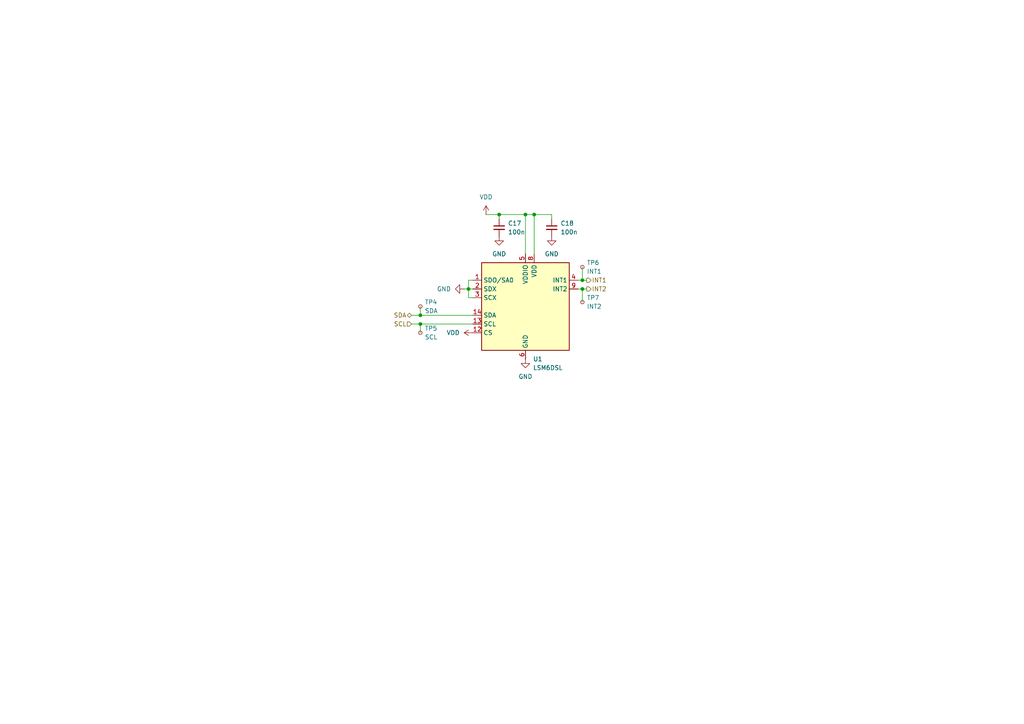
<source format=kicad_sch>
(kicad_sch (version 20231120) (generator "eeschema") (generator_version "8.0")
  (paper "A4")
  (lib_symbols
    (symbol "Connector:TestPoint_Small" (pin_numbers hide) (pin_names (offset 0.762) hide)
      (property "Reference" "TP" (at 0 3.81 0))
      (property "Value" "TestPoint_Small" (at 0 2.032 0))
      (symbol "TestPoint_Small_0_1"
        (circle (center 0 0) (radius 0.508))
      )
      (symbol "TestPoint_Small_1_1"
        (pin passive line (at 0 0 90) (length 0) (name "1") (number "1"))
      )
    )
    (symbol "Device:C_Small" (pin_numbers hide) (pin_names (offset 0.254) hide)
      (property "Reference" "C" (at 0.254 1.778 0))
      (property "Value" "C_Small" (at 0.254 -2.032 0))
      (symbol "C_Small_0_1"
        (polyline (pts (xy -1.524 -0.508) (xy 1.524 -0.508)) (stroke (width 0.3302)))
        (polyline (pts (xy -1.524 0.508) (xy 1.524 0.508)) (stroke (width 0.3048)))
      )
      (symbol "C_Small_1_1"
        (pin passive line (at 0 2.54 270) (length 2.032) (name "~") (number "1"))
        (pin passive line (at 0 -2.54 90) (length 2.032) (name "~") (number "2"))
      )
    )
    (symbol "Sensor_Motion:LSM6DSL"
      (property "Reference" "U" (at -11.43 15.24 0))
      (property "Value" "LSM6DSL" (at -11.43 12.7 0))
      (symbol "LSM6DSL_0_1"
        (rectangle (start -12.7 12.7) (end 12.7 -12.7) (stroke (width 0.254)) (fill (type background)))
      )
      (symbol "LSM6DSL_1_1"
        (pin bidirectional line (at -15.24 7.62 0) (length 2.54) (name "SDO/SA0") (number "1"))
        (pin no_connect line (at 12.7 -5.08 180) (length 3.81) hide (name "NC") (number "10"))
        (pin no_connect line (at 12.7 -2.54 180) (length 3.81) hide (name "NC") (number "11"))
        (pin input line (at -15.24 -7.62 0) (length 2.54) (name "CS") (number "12"))
        (pin input line (at -15.24 -5.08 0) (length 2.54) (name "SCL") (number "13"))
        (pin bidirectional line (at -15.24 -2.54 0) (length 2.54) (name "SDA") (number "14"))
        (pin bidirectional line (at -15.24 5.08 0) (length 2.54) (name "SDX") (number "2"))
        (pin input line (at -15.24 2.54 0) (length 2.54) (name "SCX") (number "3"))
        (pin output line (at 15.24 7.62 180) (length 2.54) (name "INT1") (number "4"))
        (pin power_in line (at 0 15.24 270) (length 2.54) (name "VDDIO") (number "5"))
        (pin power_in line (at 0 -15.24 90) (length 2.54) (name "GND") (number "6"))
        (pin passive line (at 0 -15.24 90) (length 2.54) hide (name "GND") (number "7"))
        (pin power_in line (at 2.54 15.24 270) (length 2.54) (name "VDD") (number "8"))
        (pin output line (at 15.24 5.08 180) (length 2.54) (name "INT2") (number "9"))
      )
    )
    (symbol "power:GND" (power) (pin_numbers hide) (pin_names (offset 0) hide)
      (property "Value" "GND" (at 0 -3.81 0))
      (symbol "GND_0_1"
        (polyline (pts (xy 0 0) (xy 0 -1.27) (xy 1.27 -1.27) (xy 0 -2.54) (xy -1.27 -1.27) (xy 0 -1.27)))
      )
      (symbol "GND_1_1"
        (pin power_in line (at 0 0 270) (length 0) (name "~") (number "1"))
      )
    )
    (symbol "power:VDD" (power) (pin_numbers hide) (pin_names (offset 0) hide)
      (property "Value" "VDD" (at 0 3.556 0))
      (symbol "VDD_0_1"
        (polyline (pts (xy -0.762 1.27) (xy 0 2.54)))
        (polyline (pts (xy 0 0) (xy 0 2.54)))
        (polyline (pts (xy 0 2.54) (xy 0.762 1.27)))
      )
      (symbol "VDD_1_1"
        (pin power_in line (at 0 0 90) (length 0) (name "~") (number "1"))
      )
    )
  )
  (junction (at 144.78 62.23))
  (junction (at 135.89 83.82))
  (junction (at 152.4 62.23))
  (junction (at 121.92 91.44))
  (junction (at 168.91 83.82))
  (junction (at 121.92 93.98))
  (junction (at 154.94 62.23))
  (junction (at 168.91 81.28))
  (wire (pts (xy 134.62 83.82) (xy 135.89 83.82)))
  (wire (pts (xy 160.02 63.5) (xy 160.02 62.23)))
  (wire (pts (xy 135.89 81.28) (xy 135.89 83.82)))
  (wire (pts (xy 154.94 62.23) (xy 152.4 62.23)))
  (wire (pts (xy 121.92 91.44) (xy 137.16 91.44)))
  (wire (pts (xy 154.94 73.66) (xy 154.94 62.23)))
  (wire (pts (xy 119.38 93.98) (xy 121.92 93.98)))
  (wire (pts (xy 121.92 93.98) (xy 121.92 96.52)))
  (wire (pts (xy 168.91 77.47) (xy 168.91 81.28)))
  (wire (pts (xy 168.91 83.82) (xy 168.91 87.63)))
  (wire (pts (xy 167.64 83.82) (xy 168.91 83.82)))
  (wire (pts (xy 121.92 93.98) (xy 137.16 93.98)))
  (wire (pts (xy 119.38 91.44) (xy 121.92 91.44)))
  (wire (pts (xy 137.16 86.36) (xy 135.89 86.36)))
  (wire (pts (xy 135.89 83.82) (xy 135.89 86.36)))
  (wire (pts (xy 140.97 62.23) (xy 144.78 62.23)))
  (wire (pts (xy 135.89 83.82) (xy 137.16 83.82)))
  (wire (pts (xy 167.64 81.28) (xy 168.91 81.28)))
  (wire (pts (xy 168.91 81.28) (xy 170.18 81.28)))
  (wire (pts (xy 168.91 83.82) (xy 170.18 83.82)))
  (wire (pts (xy 144.78 62.23) (xy 144.78 63.5)))
  (wire (pts (xy 121.92 88.9) (xy 121.92 91.44)))
  (wire (pts (xy 144.78 62.23) (xy 152.4 62.23)))
  (wire (pts (xy 137.16 81.28) (xy 135.89 81.28)))
  (wire (pts (xy 152.4 62.23) (xy 152.4 73.66)))
  (wire (pts (xy 160.02 62.23) (xy 154.94 62.23)))
  (hierarchical_label "INT1" (shape output) (at 170.18 81.28 0))
  (hierarchical_label "SCL" (shape input) (at 119.38 93.98 180))
  (hierarchical_label "SDA" (shape bidirectional) (at 119.38 91.44 180))
  (hierarchical_label "INT2" (shape output) (at 170.18 83.82 0))
  (symbol (lib_id "Connector:TestPoint_Small") (at 121.92 88.9 0) (unit 1) (in_bom no)
    (property "Reference" "TP4" (at 123.19 87.6299 0) (effects (justify left)))
    (property "Value" "SDA" (at 123.19 90.1699 0) (effects (justify left)))
    (property "Footprint" "TestPoint:TestPoint_Pad_D1.0mm" (effects (hide yes)))
    (property "Description" "test point" (effects (hide yes)))
  )
  (symbol (lib_id "power:VDD") (at 137.16 96.52 90) (unit 1)
    (property "Reference" "#PWR040" (effects (hide yes)))
    (property "Value" "VDD" (at 133.35 96.5199 90) (effects (justify left)))
    (property "Description" "Power symbol creates a global label with name \"VDD\"" (effects (hide yes)))
  )
  (symbol (lib_id "Sensor_Motion:LSM6DSL") (at 152.4 88.9 0) (unit 1)
    (property "Reference" "U1" (at 154.5941 104.14 0) (effects (justify left)))
    (property "Value" "LSM6DSL" (at 154.5941 106.68 0) (effects (justify left)))
    (property "Footprint" "Package_LGA:LGA-14_3x2.5mm_P0.5mm_LayoutBorder3x4y" (effects (hide yes)))
    (property "Datasheet" "https://www.st.com/resource/en/datasheet/lsm6dsl.pdf" (effects (hide yes)))
    (property "Description" "I2C/SPI, iNEMO inertial module: always-on 3D accelerometer and 3D gyroscope, 1.71V to 3.6V VCC" (effects (hide yes)))
  )
  (symbol (lib_id "Connector:TestPoint_Small") (at 168.91 87.63 0) (unit 1) (in_bom no)
    (property "Reference" "TP7" (at 170.18 86.3599 0) (effects (justify left)))
    (property "Value" "INT2" (at 170.18 88.8999 0) (effects (justify left)))
    (property "Footprint" "TestPoint:TestPoint_Pad_D1.0mm" (effects (hide yes)))
    (property "Description" "test point" (effects (hide yes)))
  )
  (symbol (lib_id "Device:C_Small") (at 144.78 66.04 0) (unit 1)
    (property "Reference" "C17" (at 147.32 64.7762 0) (effects (justify left)))
    (property "Value" "100n" (at 147.32 67.3162 0) (effects (justify left)))
    (property "Footprint" "Capacitor_SMD:C_0402_1005Metric" (effects (hide yes)))
    (property "Description" "Unpolarized capacitor, small symbol" (effects (hide yes)))
    (property "MPN" "885012205018" (effects (hide yes)))
  )
  (symbol (lib_id "power:GND") (at 152.4 104.14 0) (unit 1)
    (property "Reference" "#PWR043" (effects (hide yes)))
    (property "Value" "GND" (at 152.4 109.22 0))
    (property "Description" "Power symbol creates a global label with name \"GND\" , ground" (effects (hide yes)))
  )
  (symbol (lib_id "power:GND") (at 134.62 83.82 270) (unit 1)
    (property "Reference" "#PWR039" (effects (hide yes)))
    (property "Value" "GND" (at 130.81 83.8199 90) (effects (justify right)))
    (property "Description" "Power symbol creates a global label with name \"GND\" , ground" (effects (hide yes)))
  )
  (symbol (lib_id "Connector:TestPoint_Small") (at 168.91 77.47 0) (unit 1) (in_bom no)
    (property "Reference" "TP6" (at 170.18 76.1999 0) (effects (justify left)))
    (property "Value" "INT1" (at 170.18 78.7399 0) (effects (justify left)))
    (property "Footprint" "TestPoint:TestPoint_Pad_D1.0mm" (effects (hide yes)))
    (property "Description" "test point" (effects (hide yes)))
  )
  (symbol (lib_id "Connector:TestPoint_Small") (at 121.92 96.52 0) (unit 1) (in_bom no)
    (property "Reference" "TP5" (at 123.19 95.2499 0) (effects (justify left)))
    (property "Value" "SCL" (at 123.19 97.7899 0) (effects (justify left)))
    (property "Footprint" "TestPoint:TestPoint_Pad_D1.0mm" (effects (hide yes)))
    (property "Description" "test point" (effects (hide yes)))
  )
  (symbol (lib_id "Device:C_Small") (at 160.02 66.04 0) (unit 1)
    (property "Reference" "C18" (at 162.56 64.7762 0) (effects (justify left)))
    (property "Value" "100n" (at 162.56 67.3162 0) (effects (justify left)))
    (property "Footprint" "Capacitor_SMD:C_0402_1005Metric" (effects (hide yes)))
    (property "Description" "Unpolarized capacitor, small symbol" (effects (hide yes)))
    (property "MPN" "885012205018" (effects (hide yes)))
  )
  (symbol (lib_id "power:GND") (at 160.02 68.58 0) (unit 1)
    (property "Reference" "#PWR044" (effects (hide yes)))
    (property "Value" "GND" (at 160.02 73.66 0))
    (property "Description" "Power symbol creates a global label with name \"GND\" , ground" (effects (hide yes)))
  )
  (symbol (lib_id "power:GND") (at 144.78 68.58 0) (unit 1)
    (property "Reference" "#PWR042" (effects (hide yes)))
    (property "Value" "GND" (at 144.78 73.66 0))
    (property "Description" "Power symbol creates a global label with name \"GND\" , ground" (effects (hide yes)))
  )
  (symbol (lib_id "power:VDD") (at 140.97 62.23 0) (unit 1)
    (property "Reference" "#PWR041" (effects (hide yes)))
    (property "Value" "VDD" (at 140.97 57.15 0))
    (property "Description" "Power symbol creates a global label with name \"VDD\"" (effects (hide yes)))
  )
)
</source>
